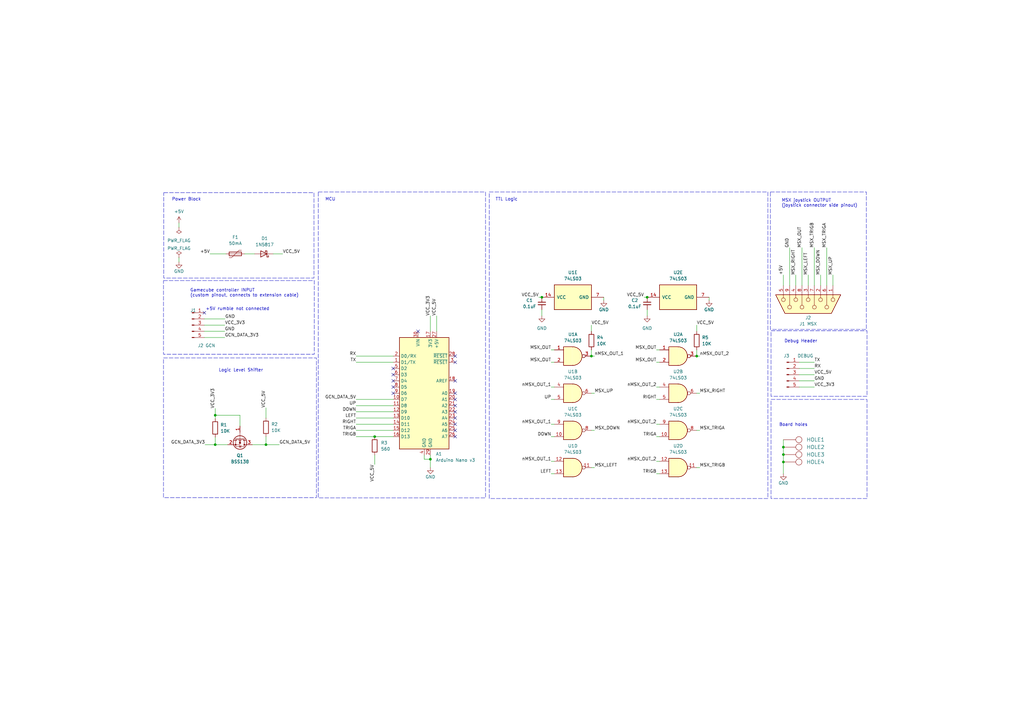
<source format=kicad_sch>
(kicad_sch (version 20230121) (generator eeschema)
  (paper "A3")
  (title_block (title "msx-joydolphin: A Gamecube controller adapter for MSX") (date "2024-02-26") (rev "v2 Build1b") (company "Albert Herranz"))
  (lib_symbols
    (symbol "74xx:74LS03" (pin_names (offset 1.016))
      (property "Reference" "U" (at 0 1.27 0))
      (property "Value" "74LS03" (at 0 -1.27 0))
      (symbol "74LS03_1_1"
        (arc (start 0 -3.81) (mid 3.7934 0) (end 0 3.81) (stroke (width 0.254)) (fill (type background)))
        (polyline (pts (xy 0 3.81) (xy -3.81 3.81) (xy -3.81 -3.81) (xy 0 -3.81)) (stroke (width 0.254)) (fill (type background)))
        (pin input line (at -7.62 2.54 0) (length 3.81) (name "~") (number "1"))
        (pin input line (at -7.62 -2.54 0) (length 3.81) (name "~") (number "2"))
        (pin open_collector inverted (at 7.62 0 180) (length 3.81) (name "~") (number "3"))
      )
      (symbol "74LS03_1_2"
        (arc (start -3.81 -3.81) (mid -2.589 0) (end -3.81 3.81) (stroke (width 0.254)))
        (arc (start -0.6096 -3.81) (mid 2.1842 -2.5851) (end 3.81 0) (stroke (width 0.254)) (fill (type background)))
        (polyline (pts (xy -3.81 -3.81) (xy -0.635 -3.81)) (stroke (width 0.254)) (fill (type background)))
        (polyline (pts (xy -3.81 3.81) (xy -0.635 3.81)) (stroke (width 0.254)) (fill (type background)))
        (polyline (pts (xy -0.635 3.81) (xy -3.81 3.81) (xy -3.81 3.81) (xy -3.556 3.4036) (xy -3.0226 2.2606) (xy -2.6924 1.0414) (xy -2.6162 -0.254) (xy -2.7686 -1.4986) (xy -3.175 -2.7178) (xy -3.81 -3.81) (xy -3.81 -3.81) (xy -0.635 -3.81)) (stroke (width -25.4)) (fill (type background)))
        (arc (start 3.81 0) (mid 2.1915 2.5936) (end -0.6096 3.81) (stroke (width 0.254)) (fill (type background)))
        (pin input inverted (at -7.62 2.54 0) (length 4.318) (name "~") (number "1"))
        (pin input inverted (at -7.62 -2.54 0) (length 4.318) (name "~") (number "2"))
        (pin open_collector line (at 7.62 0 180) (length 3.81) (name "~") (number "3"))
      )
      (symbol "74LS03_2_1"
        (arc (start 0 -3.81) (mid 3.7934 0) (end 0 3.81) (stroke (width 0.254)) (fill (type background)))
        (polyline (pts (xy 0 3.81) (xy -3.81 3.81) (xy -3.81 -3.81) (xy 0 -3.81)) (stroke (width 0.254)) (fill (type background)))
        (pin input line (at -7.62 2.54 0) (length 3.81) (name "~") (number "4"))
        (pin input line (at -7.62 -2.54 0) (length 3.81) (name "~") (number "5"))
        (pin open_collector inverted (at 7.62 0 180) (length 3.81) (name "~") (number "6"))
      )
      (symbol "74LS03_2_2"
        (arc (start -3.81 -3.81) (mid -2.589 0) (end -3.81 3.81) (stroke (width 0.254)))
        (arc (start -0.6096 -3.81) (mid 2.1842 -2.5851) (end 3.81 0) (stroke (width 0.254)) (fill (type background)))
        (polyline (pts (xy -3.81 -3.81) (xy -0.635 -3.81)) (stroke (width 0.254)) (fill (type background)))
        (polyline (pts (xy -3.81 3.81) (xy -0.635 3.81)) (stroke (width 0.254)) (fill (type background)))
        (polyline (pts (xy -0.635 3.81) (xy -3.81 3.81) (xy -3.81 3.81) (xy -3.556 3.4036) (xy -3.0226 2.2606) (xy -2.6924 1.0414) (xy -2.6162 -0.254) (xy -2.7686 -1.4986) (xy -3.175 -2.7178) (xy -3.81 -3.81) (xy -3.81 -3.81) (xy -0.635 -3.81)) (stroke (width -25.4)) (fill (type background)))
        (arc (start 3.81 0) (mid 2.1915 2.5936) (end -0.6096 3.81) (stroke (width 0.254)) (fill (type background)))
        (pin input inverted (at -7.62 2.54 0) (length 4.318) (name "~") (number "4"))
        (pin input inverted (at -7.62 -2.54 0) (length 4.318) (name "~") (number "5"))
        (pin open_collector line (at 7.62 0 180) (length 3.81) (name "~") (number "6"))
      )
      (symbol "74LS03_3_1"
        (arc (start 0 -3.81) (mid 3.7934 0) (end 0 3.81) (stroke (width 0.254)) (fill (type background)))
        (polyline (pts (xy 0 3.81) (xy -3.81 3.81) (xy -3.81 -3.81) (xy 0 -3.81)) (stroke (width 0.254)) (fill (type background)))
        (pin input line (at -7.62 -2.54 0) (length 3.81) (name "~") (number "10"))
        (pin open_collector inverted (at 7.62 0 180) (length 3.81) (name "~") (number "8"))
        (pin input line (at -7.62 2.54 0) (length 3.81) (name "~") (number "9"))
      )
      (symbol "74LS03_3_2"
        (arc (start -3.81 -3.81) (mid -2.589 0) (end -3.81 3.81) (stroke (width 0.254)))
        (arc (start -0.6096 -3.81) (mid 2.1842 -2.5851) (end 3.81 0) (stroke (width 0.254)) (fill (type background)))
        (polyline (pts (xy -3.81 -3.81) (xy -0.635 -3.81)) (stroke (width 0.254)) (fill (type background)))
        (polyline (pts (xy -3.81 3.81) (xy -0.635 3.81)) (stroke (width 0.254)) (fill (type background)))
        (polyline (pts (xy -0.635 3.81) (xy -3.81 3.81) (xy -3.81 3.81) (xy -3.556 3.4036) (xy -3.0226 2.2606) (xy -2.6924 1.0414) (xy -2.6162 -0.254) (xy -2.7686 -1.4986) (xy -3.175 -2.7178) (xy -3.81 -3.81) (xy -3.81 -3.81) (xy -0.635 -3.81)) (stroke (width -25.4)) (fill (type background)))
        (arc (start 3.81 0) (mid 2.1915 2.5936) (end -0.6096 3.81) (stroke (width 0.254)) (fill (type background)))
        (pin input inverted (at -7.62 -2.54 0) (length 4.318) (name "~") (number "10"))
        (pin open_collector line (at 7.62 0 180) (length 3.81) (name "~") (number "8"))
        (pin input inverted (at -7.62 2.54 0) (length 4.318) (name "~") (number "9"))
      )
      (symbol "74LS03_4_1"
        (arc (start 0 -3.81) (mid 3.7934 0) (end 0 3.81) (stroke (width 0.254)) (fill (type background)))
        (polyline (pts (xy 0 3.81) (xy -3.81 3.81) (xy -3.81 -3.81) (xy 0 -3.81)) (stroke (width 0.254)) (fill (type background)))
        (pin open_collector inverted (at 7.62 0 180) (length 3.81) (name "~") (number "11"))
        (pin input line (at -7.62 2.54 0) (length 3.81) (name "~") (number "12"))
        (pin input line (at -7.62 -2.54 0) (length 3.81) (name "~") (number "13"))
      )
      (symbol "74LS03_4_2"
        (arc (start -3.81 -3.81) (mid -2.589 0) (end -3.81 3.81) (stroke (width 0.254)))
        (arc (start -0.6096 -3.81) (mid 2.1842 -2.5851) (end 3.81 0) (stroke (width 0.254)) (fill (type background)))
        (polyline (pts (xy -3.81 -3.81) (xy -0.635 -3.81)) (stroke (width 0.254)) (fill (type background)))
        (polyline (pts (xy -3.81 3.81) (xy -0.635 3.81)) (stroke (width 0.254)) (fill (type background)))
        (polyline (pts (xy -0.635 3.81) (xy -3.81 3.81) (xy -3.81 3.81) (xy -3.556 3.4036) (xy -3.0226 2.2606) (xy -2.6924 1.0414) (xy -2.6162 -0.254) (xy -2.7686 -1.4986) (xy -3.175 -2.7178) (xy -3.81 -3.81) (xy -3.81 -3.81) (xy -0.635 -3.81)) (stroke (width -25.4)) (fill (type background)))
        (arc (start 3.81 0) (mid 2.1915 2.5936) (end -0.6096 3.81) (stroke (width 0.254)) (fill (type background)))
        (pin open_collector line (at 7.62 0 180) (length 3.81) (name "~") (number "11"))
        (pin input inverted (at -7.62 2.54 0) (length 4.318) (name "~") (number "12"))
        (pin input inverted (at -7.62 -2.54 0) (length 4.318) (name "~") (number "13"))
      )
      (symbol "74LS03_5_0"
        (pin power_in line (at 0 12.7 270) (length 5.08) (name "VCC") (number "14"))
        (pin power_in line (at 0 -12.7 90) (length 5.08) (name "GND") (number "7"))
      )
      (symbol "74LS03_5_1"
        (rectangle (start -5.08 7.62) (end 5.08 -7.62) (stroke (width 0.254)) (fill (type background)))
      )
    )
    (symbol "Connector:Conn_01x05_Pin" (pin_names (offset 1.016) hide)
      (property "Reference" "J" (at 0 7.62 0))
      (property "Value" "Conn_01x05_Pin" (at 0 -7.62 0))
      (symbol "Conn_01x05_Pin_1_1"
        (polyline (pts (xy 1.27 -5.08) (xy 0.8636 -5.08)) (stroke (width 0.1524)))
        (polyline (pts (xy 1.27 -2.54) (xy 0.8636 -2.54)) (stroke (width 0.1524)))
        (polyline (pts (xy 1.27 0) (xy 0.8636 0)) (stroke (width 0.1524)))
        (polyline (pts (xy 1.27 2.54) (xy 0.8636 2.54)) (stroke (width 0.1524)))
        (polyline (pts (xy 1.27 5.08) (xy 0.8636 5.08)) (stroke (width 0.1524)))
        (rectangle (start 0.8636 -4.953) (end 0 -5.207) (stroke (width 0.1524)) (fill (type outline)))
        (rectangle (start 0.8636 -2.413) (end 0 -2.667) (stroke (width 0.1524)) (fill (type outline)))
        (rectangle (start 0.8636 0.127) (end 0 -0.127) (stroke (width 0.1524)) (fill (type outline)))
        (rectangle (start 0.8636 2.667) (end 0 2.413) (stroke (width 0.1524)) (fill (type outline)))
        (rectangle (start 0.8636 5.207) (end 0 4.953) (stroke (width 0.1524)) (fill (type outline)))
        (pin passive line (at 5.08 5.08 180) (length 3.81) (name "Pin_1") (number "1"))
        (pin passive line (at 5.08 2.54 180) (length 3.81) (name "Pin_2") (number "2"))
        (pin passive line (at 5.08 0 180) (length 3.81) (name "Pin_3") (number "3"))
        (pin passive line (at 5.08 -2.54 180) (length 3.81) (name "Pin_4") (number "4"))
        (pin passive line (at 5.08 -5.08 180) (length 3.81) (name "Pin_5") (number "5"))
      )
    )
    (symbol "Connector:DE9_Receptacle" (pin_names (offset 1.016) hide)
      (property "Reference" "J" (at 0 13.97 0))
      (property "Value" "DE9_Receptacle" (at 0 -14.605 0))
      (symbol "DE9_Receptacle_0_1"
        (circle (center -1.778 -10.16) (radius 0.762))
        (circle (center -1.778 -5.08) (radius 0.762))
        (circle (center -1.778 0) (radius 0.762))
        (circle (center -1.778 5.08) (radius 0.762))
        (circle (center -1.778 10.16) (radius 0.762))
        (polyline (pts (xy -3.81 -10.16) (xy -2.54 -10.16)))
        (polyline (pts (xy -3.81 -7.62) (xy 0.508 -7.62)))
        (polyline (pts (xy -3.81 -5.08) (xy -2.54 -5.08)))
        (polyline (pts (xy -3.81 -2.54) (xy 0.508 -2.54)))
        (polyline (pts (xy -3.81 0) (xy -2.54 0)))
        (polyline (pts (xy -3.81 2.54) (xy 0.508 2.54)))
        (polyline (pts (xy -3.81 5.08) (xy -2.54 5.08)))
        (polyline (pts (xy -3.81 7.62) (xy 0.508 7.62)))
        (polyline (pts (xy -3.81 10.16) (xy -2.54 10.16)))
        (polyline (pts (xy -3.81 13.335) (xy -3.81 -13.335) (xy 3.81 -9.525) (xy 3.81 9.525) (xy -3.81 13.335)) (stroke (width 0.254)) (fill (type background)))
        (circle (center 1.27 -7.62) (radius 0.762))
        (circle (center 1.27 -2.54) (radius 0.762))
        (circle (center 1.27 2.54) (radius 0.762))
        (circle (center 1.27 7.62) (radius 0.762))
      )
      (symbol "DE9_Receptacle_1_1"
        (pin passive line (at -7.62 10.16 0) (length 3.81) (name "1") (number "1"))
        (pin passive line (at -7.62 5.08 0) (length 3.81) (name "2") (number "2"))
        (pin passive line (at -7.62 0 0) (length 3.81) (name "3") (number "3"))
        (pin passive line (at -7.62 -5.08 0) (length 3.81) (name "4") (number "4"))
        (pin passive line (at -7.62 -10.16 0) (length 3.81) (name "5") (number "5"))
        (pin passive line (at -7.62 7.62 0) (length 3.81) (name "6") (number "6"))
        (pin passive line (at -7.62 2.54 0) (length 3.81) (name "7") (number "7"))
        (pin passive line (at -7.62 -2.54 0) (length 3.81) (name "8") (number "8"))
        (pin passive line (at -7.62 -7.62 0) (length 3.81) (name "9") (number "9"))
      )
    )
    (symbol "Device:C_Small" (pin_numbers hide) (pin_names (offset 0.254) hide)
      (property "Reference" "C" (at 0.254 1.778 0))
      (property "Value" "C_Small" (at 0.254 -2.032 0))
      (symbol "C_Small_0_1"
        (polyline (pts (xy -1.524 -0.508) (xy 1.524 -0.508)) (stroke (width 0.3302)))
        (polyline (pts (xy -1.524 0.508) (xy 1.524 0.508)) (stroke (width 0.3048)))
      )
      (symbol "C_Small_1_1"
        (pin passive line (at 0 2.54 270) (length 2.032) (name "~") (number "1"))
        (pin passive line (at 0 -2.54 90) (length 2.032) (name "~") (number "2"))
      )
    )
    (symbol "Device:Polyfuse" (pin_numbers hide) (pin_names (offset 0))
      (property "Reference" "F" (at -2.54 0 90))
      (property "Value" "Polyfuse" (at 2.54 0 90))
      (symbol "Polyfuse_0_1"
        (rectangle (start -0.762 2.54) (end 0.762 -2.54) (stroke (width 0.254)))
        (polyline (pts (xy 0 2.54) (xy 0 -2.54)))
        (polyline (pts (xy -1.524 2.54) (xy -1.524 1.524) (xy 1.524 -1.524) (xy 1.524 -2.54)))
      )
      (symbol "Polyfuse_1_1"
        (pin passive line (at 0 3.81 270) (length 1.27) (name "~") (number "1"))
        (pin passive line (at 0 -3.81 90) (length 1.27) (name "~") (number "2"))
      )
    )
    (symbol "Device:R" (pin_numbers hide) (pin_names (offset 0))
      (property "Reference" "R" (at 2.032 0 90))
      (property "Value" "R" (at 0 0 90))
      (symbol "R_0_1"
        (rectangle (start -1.016 -2.54) (end 1.016 2.54) (stroke (width 0.254)))
      )
      (symbol "R_1_1"
        (pin passive line (at 0 3.81 270) (length 1.27) (name "~") (number "1"))
        (pin passive line (at 0 -3.81 90) (length 1.27) (name "~") (number "2"))
      )
    )
    (symbol "Diode:1N5817" (pin_numbers hide) (pin_names (offset 1.016) hide)
      (property "Reference" "D" (at 0 2.54 0))
      (property "Value" "1N5817" (at 0 -2.54 0))
      (symbol "1N5817_0_1"
        (polyline (pts (xy 1.27 0) (xy -1.27 0)))
        (polyline (pts (xy 1.27 1.27) (xy 1.27 -1.27) (xy -1.27 0) (xy 1.27 1.27)) (stroke (width 0.254)))
        (polyline (pts (xy -1.905 0.635) (xy -1.905 1.27) (xy -1.27 1.27) (xy -1.27 -1.27) (xy -0.635 -1.27) (xy -0.635 -0.635)) (stroke (width 0.254)))
      )
      (symbol "1N5817_1_1"
        (pin passive line (at -3.81 0 0) (length 2.54) (name "K") (number "1"))
        (pin passive line (at 3.81 0 180) (length 2.54) (name "A") (number "2"))
      )
    )
    (symbol "MCU_Module:Arduino_Nano_v3.x"
      (property "Reference" "A" (at -10.16 23.495 0))
      (property "Value" "Arduino_Nano_v3.x" (at 5.08 -24.13 0))
      (symbol "Arduino_Nano_v3.x_0_1"
        (rectangle (start -10.16 22.86) (end 10.16 -22.86) (stroke (width 0.254)) (fill (type background)))
      )
      (symbol "Arduino_Nano_v3.x_1_1"
        (pin bidirectional line (at -12.7 12.7 0) (length 2.54) (name "D1/TX") (number "1"))
        (pin bidirectional line (at -12.7 -2.54 0) (length 2.54) (name "D7") (number "10"))
        (pin bidirectional line (at -12.7 -5.08 0) (length 2.54) (name "D8") (number "11"))
        (pin bidirectional line (at -12.7 -7.62 0) (length 2.54) (name "D9") (number "12"))
        (pin bidirectional line (at -12.7 -10.16 0) (length 2.54) (name "D10") (number "13"))
        (pin bidirectional line (at -12.7 -12.7 0) (length 2.54) (name "D11") (number "14"))
        (pin bidirectional line (at -12.7 -15.24 0) (length 2.54) (name "D12") (number "15"))
        (pin bidirectional line (at -12.7 -17.78 0) (length 2.54) (name "D13") (number "16"))
        (pin power_out line (at 2.54 25.4 270) (length 2.54) (name "3V3") (number "17"))
        (pin input line (at 12.7 5.08 180) (length 2.54) (name "AREF") (number "18"))
        (pin bidirectional line (at 12.7 0 180) (length 2.54) (name "A0") (number "19"))
        (pin bidirectional line (at -12.7 15.24 0) (length 2.54) (name "D0/RX") (number "2"))
        (pin bidirectional line (at 12.7 -2.54 180) (length 2.54) (name "A1") (number "20"))
        (pin bidirectional line (at 12.7 -5.08 180) (length 2.54) (name "A2") (number "21"))
        (pin bidirectional line (at 12.7 -7.62 180) (length 2.54) (name "A3") (number "22"))
        (pin bidirectional line (at 12.7 -10.16 180) (length 2.54) (name "A4") (number "23"))
        (pin bidirectional line (at 12.7 -12.7 180) (length 2.54) (name "A5") (number "24"))
        (pin bidirectional line (at 12.7 -15.24 180) (length 2.54) (name "A6") (number "25"))
        (pin bidirectional line (at 12.7 -17.78 180) (length 2.54) (name "A7") (number "26"))
        (pin power_out line (at 5.08 25.4 270) (length 2.54) (name "+5V") (number "27"))
        (pin input line (at 12.7 15.24 180) (length 2.54) (name "~{RESET}") (number "28"))
        (pin power_in line (at 2.54 -25.4 90) (length 2.54) (name "GND") (number "29"))
        (pin input line (at 12.7 12.7 180) (length 2.54) (name "~{RESET}") (number "3"))
        (pin power_in line (at -2.54 25.4 270) (length 2.54) (name "VIN") (number "30"))
        (pin power_in line (at 0 -25.4 90) (length 2.54) (name "GND") (number "4"))
        (pin bidirectional line (at -12.7 10.16 0) (length 2.54) (name "D2") (number "5"))
        (pin bidirectional line (at -12.7 7.62 0) (length 2.54) (name "D3") (number "6"))
        (pin bidirectional line (at -12.7 5.08 0) (length 2.54) (name "D4") (number "7"))
        (pin bidirectional line (at -12.7 2.54 0) (length 2.54) (name "D5") (number "8"))
        (pin bidirectional line (at -12.7 0 0) (length 2.54) (name "D6") (number "9"))
      )
    )
    (symbol "Transistor_FET:BSS138" (pin_names hide)
      (property "Reference" "Q" (at 5.08 1.905 0))
      (property "Value" "BSS138" (at 5.08 0 0))
      (symbol "BSS138_0_1"
        (polyline (pts (xy 0.254 0) (xy -2.54 0)))
        (polyline (pts (xy 0.254 1.905) (xy 0.254 -1.905)) (stroke (width 0.254)))
        (polyline (pts (xy 0.762 -1.27) (xy 0.762 -2.286)) (stroke (width 0.254)))
        (polyline (pts (xy 0.762 0.508) (xy 0.762 -0.508)) (stroke (width 0.254)))
        (polyline (pts (xy 0.762 2.286) (xy 0.762 1.27)) (stroke (width 0.254)))
        (polyline (pts (xy 2.54 2.54) (xy 2.54 1.778)))
        (polyline (pts (xy 2.54 -2.54) (xy 2.54 0) (xy 0.762 0)))
        (polyline (pts (xy 0.762 -1.778) (xy 3.302 -1.778) (xy 3.302 1.778) (xy 0.762 1.778)))
        (polyline (pts (xy 1.016 0) (xy 2.032 0.381) (xy 2.032 -0.381) (xy 1.016 0)) (fill (type outline)))
        (polyline (pts (xy 2.794 0.508) (xy 2.921 0.381) (xy 3.683 0.381) (xy 3.81 0.254)))
        (polyline (pts (xy 3.302 0.381) (xy 2.921 -0.254) (xy 3.683 -0.254) (xy 3.302 0.381)))
        (circle (center 1.651 0) (radius 2.794) (stroke (width 0.254)))
        (circle (center 2.54 -1.778) (radius 0.254) (fill (type outline)))
        (circle (center 2.54 1.778) (radius 0.254) (fill (type outline)))
      )
      (symbol "BSS138_1_1"
        (pin input line (at -5.08 0 0) (length 2.54) (name "G") (number "1"))
        (pin passive line (at 2.54 -5.08 90) (length 2.54) (name "S") (number "2"))
        (pin passive line (at 2.54 5.08 270) (length 2.54) (name "D") (number "3"))
      )
    )
    (symbol "my_components:HOLE" (pin_numbers hide) (pin_names (offset 1.016) hide)
      (property "Reference" "HOLE" (at 2.54 0 0))
      (symbol "HOLE_0_1"
        (circle (center 0 0) (radius 1.27))
      )
      (symbol "HOLE_1_1"
        (pin input line (at -6.35 0 0) (length 5.08) (name "~") (number "1"))
      )
    )
    (symbol "power:+5V" (power) (pin_names (offset 0))
      (property "Value" "+5V" (at 0 3.556 0))
      (symbol "+5V_0_1"
        (polyline (pts (xy -0.762 1.27) (xy 0 2.54)))
        (polyline (pts (xy 0 0) (xy 0 2.54)))
        (polyline (pts (xy 0 2.54) (xy 0.762 1.27)))
      )
      (symbol "+5V_1_1"
        (pin power_in line (at 0 0 90) (length 0) hide (name "+5V") (number "1"))
      )
    )
    (symbol "power:GND" (power) (pin_names (offset 0))
      (property "Value" "GND" (at 0 -3.81 0))
      (symbol "GND_0_1"
        (polyline (pts (xy 0 0) (xy 0 -1.27) (xy 1.27 -1.27) (xy 0 -2.54) (xy -1.27 -1.27) (xy 0 -1.27)))
      )
      (symbol "GND_1_1"
        (pin power_in line (at 0 0 270) (length 0) hide (name "GND") (number "1"))
      )
    )
    (symbol "power:PWR_FLAG" (power) (pin_numbers hide) (pin_names (offset 0) hide)
      (property "Value" "PWR_FLAG" (at 0 3.81 0))
      (symbol "PWR_FLAG_0_0"
        (pin power_out line (at 0 0 90) (length 0) (name "pwr") (number "1"))
      )
      (symbol "PWR_FLAG_0_1"
        (polyline (pts (xy 0 0) (xy 0 1.27) (xy -1.016 1.905) (xy 0 2.54) (xy 1.016 1.905) (xy 0 1.27)))
      )
    )
  )
  (junction (at 265.43 121.92))
  (junction (at 321.31 186.436))
  (junction (at 109.093 182.372))
  (junction (at 321.31 183.388))
  (junction (at 176.53 188.341))
  (junction (at 153.67 179.07))
  (junction (at 321.31 189.484))
  (junction (at 88.265 170.307))
  (junction (at 88.265 182.372))
  (junction (at 285.75 146.05))
  (junction (at 222.25 121.92))
  (junction (at 242.57 146.05))
  (no_connect (at 186.69 146.05))
  (no_connect (at 186.69 163.83))
  (no_connect (at 161.29 156.21))
  (no_connect (at 186.69 161.29))
  (no_connect (at 161.29 161.29))
  (no_connect (at 186.69 156.21))
  (no_connect (at 186.69 171.45))
  (no_connect (at 186.69 148.59))
  (no_connect (at 186.69 176.53))
  (no_connect (at 186.69 166.37))
  (no_connect (at 186.69 179.07))
  (no_connect (at 186.69 173.99))
  (no_connect (at 171.45 135.89))
  (no_connect (at 83.82 128.27))
  (no_connect (at 161.29 153.67))
  (no_connect (at 186.69 168.91))
  (no_connect (at 161.29 151.13))
  (no_connect (at 161.29 158.75))
  (wire (pts (xy 243.84 191.77) (xy 242.57 191.77)))
  (wire (pts (xy 88.265 182.372) (xy 93.345 182.372)))
  (wire (pts (xy 290.83 123.19) (xy 290.83 121.92)))
  (wire (pts (xy 173.99 188.341) (xy 176.53 188.341)))
  (wire (pts (xy 269.24 194.31) (xy 270.51 194.31)))
  (wire (pts (xy 341.63 112.776) (xy 341.63 117.094)))
  (wire (pts (xy 243.84 176.53) (xy 242.57 176.53)))
  (wire (pts (xy 285.75 143.51) (xy 285.75 146.05)))
  (wire (pts (xy 269.24 143.51) (xy 270.51 143.51)))
  (wire (pts (xy 321.31 186.436) (xy 321.31 189.484)))
  (wire (pts (xy 146.05 173.99) (xy 161.29 173.99)))
  (wire (pts (xy 242.57 143.51) (xy 242.57 146.05)))
  (wire (pts (xy 83.82 133.35) (xy 92.202 133.35)))
  (wire (pts (xy 287.02 146.05) (xy 285.75 146.05)))
  (wire (pts (xy 326.39 112.776) (xy 326.39 117.094)))
  (wire (pts (xy 242.57 133.35) (xy 242.57 135.89)))
  (wire (pts (xy 269.24 148.59) (xy 270.51 148.59)))
  (wire (pts (xy 287.02 191.77) (xy 285.75 191.77)))
  (wire (pts (xy 328.93 101.6) (xy 328.93 117.094)))
  (wire (pts (xy 334.01 148.59) (xy 327.787 148.59)))
  (wire (pts (xy 269.24 179.07) (xy 270.51 179.07)))
  (wire (pts (xy 334.01 153.67) (xy 327.787 153.67)))
  (wire (pts (xy 327.787 156.21) (xy 334.01 156.21)))
  (wire (pts (xy 112.014 104.14) (xy 115.951 104.14)))
  (wire (pts (xy 334.01 151.13) (xy 327.787 151.13)))
  (wire (pts (xy 269.24 163.83) (xy 270.51 163.83)))
  (wire (pts (xy 153.67 179.07) (xy 161.29 179.07)))
  (wire (pts (xy 173.99 186.69) (xy 173.99 188.341)))
  (wire (pts (xy 336.55 112.776) (xy 336.55 117.094)))
  (wire (pts (xy 146.05 166.37) (xy 161.29 166.37)))
  (wire (pts (xy 265.43 127) (xy 265.43 129.54)))
  (wire (pts (xy 146.05 146.05) (xy 161.29 146.05)))
  (wire (pts (xy 176.53 188.341) (xy 176.53 191.77)))
  (wire (pts (xy 226.06 179.07) (xy 227.33 179.07)))
  (wire (pts (xy 243.84 161.29) (xy 242.57 161.29)))
  (wire (pts (xy 86.106 104.14) (xy 92.71 104.14)))
  (wire (pts (xy 109.093 182.372) (xy 103.505 182.372)))
  (wire (pts (xy 88.265 171.704) (xy 88.265 170.307)))
  (wire (pts (xy 321.31 189.484) (xy 321.31 194.31)))
  (wire (pts (xy 226.06 194.31) (xy 227.33 194.31)))
  (wire (pts (xy 146.05 148.59) (xy 161.29 148.59)))
  (wire (pts (xy 176.53 186.69) (xy 176.53 188.341)))
  (wire (pts (xy 321.31 183.388) (xy 321.31 186.436)))
  (wire (pts (xy 285.75 133.35) (xy 285.75 135.89)))
  (wire (pts (xy 83.82 135.89) (xy 92.202 135.89)))
  (wire (pts (xy 287.02 161.29) (xy 285.75 161.29)))
  (wire (pts (xy 269.24 189.23) (xy 270.51 189.23)))
  (wire (pts (xy 153.67 190.5) (xy 153.67 186.69)))
  (wire (pts (xy 269.24 173.99) (xy 270.51 173.99)))
  (wire (pts (xy 323.85 101.6) (xy 323.85 117.094)))
  (wire (pts (xy 220.98 121.92) (xy 222.25 121.92)))
  (wire (pts (xy 264.16 121.92) (xy 265.43 121.92)))
  (wire (pts (xy 226.06 189.23) (xy 227.33 189.23)))
  (wire (pts (xy 84.074 182.372) (xy 88.265 182.372)))
  (wire (pts (xy 73.406 91.44) (xy 73.406 93.218)))
  (wire (pts (xy 226.06 173.99) (xy 227.33 173.99)))
  (wire (pts (xy 179.07 129.54) (xy 179.07 135.89)))
  (wire (pts (xy 109.093 167.259) (xy 109.093 171.45)))
  (wire (pts (xy 334.01 101.6) (xy 334.01 117.094)))
  (wire (pts (xy 222.25 127) (xy 222.25 129.54)))
  (wire (pts (xy 339.09 101.6) (xy 339.09 117.094)))
  (wire (pts (xy 83.82 138.43) (xy 92.202 138.43)))
  (wire (pts (xy 269.24 158.75) (xy 270.51 158.75)))
  (wire (pts (xy 109.093 182.372) (xy 114.554 182.372)))
  (wire (pts (xy 334.01 158.75) (xy 327.787 158.75)))
  (wire (pts (xy 226.06 143.51) (xy 227.33 143.51)))
  (wire (pts (xy 104.394 104.14) (xy 100.33 104.14)))
  (wire (pts (xy 146.05 163.83) (xy 161.29 163.83)))
  (wire (pts (xy 88.265 167.513) (xy 88.265 170.307)))
  (wire (pts (xy 176.53 129.54) (xy 176.53 135.89)))
  (wire (pts (xy 247.65 123.19) (xy 247.65 121.92)))
  (wire (pts (xy 226.06 158.75) (xy 227.33 158.75)))
  (wire (pts (xy 88.265 179.324) (xy 88.265 182.372)))
  (wire (pts (xy 287.02 176.53) (xy 285.75 176.53)))
  (wire (pts (xy 146.05 179.07) (xy 153.67 179.07)))
  (wire (pts (xy 321.31 180.34) (xy 321.31 183.388)))
  (wire (pts (xy 226.06 148.59) (xy 227.33 148.59)))
  (wire (pts (xy 146.05 176.53) (xy 161.29 176.53)))
  (wire (pts (xy 243.84 146.05) (xy 242.57 146.05)))
  (wire (pts (xy 331.47 112.776) (xy 331.47 117.094)))
  (wire (pts (xy 321.31 112.776) (xy 321.31 117.094)))
  (wire (pts (xy 73.406 105.664) (xy 73.406 107.442)))
  (wire (pts (xy 146.05 171.45) (xy 161.29 171.45)))
  (wire (pts (xy 226.06 163.83) (xy 227.33 163.83)))
  (wire (pts (xy 98.425 170.307) (xy 88.265 170.307)))
  (wire (pts (xy 109.093 179.07) (xy 109.093 182.372)))
  (wire (pts (xy 146.05 168.91) (xy 161.29 168.91)))
  (wire (pts (xy 98.425 174.752) (xy 98.425 170.307)))
  (wire (pts (xy 83.82 130.81) (xy 92.329 130.81)))
  (rectangle (start 67.056 146.812) (end 129.794 204.089) (stroke (width 0) (type dash)))
  (rectangle (start 67.056 115.062) (end 128.905 145.288) (stroke (width 0) (type dash)))
  (rectangle (start 315.976 78.74) (end 355.346 135.128) (stroke (width 0) (type dash)))
  (rectangle (start 316.23 163.83) (end 355.6 204.47) (stroke (width 0) (type dash)))
  (rectangle (start 200.66 78.74) (end 314.96 204.47) (stroke (width 0) (type dash)))
  (rectangle (start 67.183 78.994) (end 128.778 114.046) (stroke (width 0) (type dash)))
  (rectangle (start 316.23 135.636) (end 355.6 162.56) (stroke (width 0) (type dash)))
  (rectangle (start 130.556 78.74) (end 199.136 204.216) (stroke (width 0) (type dash)))
  (text "Power Block" (at 70.485 82.55 0) (effects (font (size 1.27 1.27)) (justify left bottom)))
  (text "Debug Header" (at 321.691 140.716 0) (effects (font (size 1.27 1.27)) (justify left bottom)))
  (text "TTL Logic" (at 203.2 82.55 0) (effects (font (size 1.27 1.27)) (justify left bottom)))
  (text "+5V rumble not connected" (at 84.328 127.508 0) (effects (font (size 1.27 1.27)) (justify left bottom)))
  (text "MCU" (at 133.35 82.55 0) (effects (font (size 1.27 1.27)) (justify left bottom)))
  (text "Board holes" (at 319.532 175.006 0) (effects (font (size 1.27 1.27)) (justify left bottom)))
  (text "Logic Level Shifter" (at 89.662 152.654 0) (effects (font (size 1.27 1.27)) (justify left bottom)))
  (text "MSX joystick OUTPUT\n(joystick connector side pinout)" (at 320.548 85.09 0) (effects (font (size 1.27 1.27)) (justify left bottom)))
  (text "Gamecube controller INPUT\n(custom pinout, connects to extension cable)" (at 77.978 121.92 0) (effects (font (size 1.27 1.27)) (justify left bottom)))
  (label "LEFT" (at 226.06 194.31 180))
  (label "UP" (at 146.05 166.37 180))
  (label "nMSX_OUT_2" (at 269.24 158.75 180))
  (label "MSX_LEFT" (at 243.84 191.77 0))
  (label "TX" (at 146.05 148.59 180))
  (label "MSX_TRIGA" (at 287.02 176.53 0))
  (label "MSX_OUT" (at 269.24 148.59 180))
  (label "VCC_5V" (at 153.67 190.5 270))
  (label "VCC_5V" (at 285.75 133.35 0))
  (label "VCC_5V" (at 334.01 153.67 0))
  (label "MSX_UP" (at 341.63 112.776 90))
  (label "GND" (at 92.202 135.89 0))
  (label "RX" (at 146.05 146.05 180))
  (label "MSX_OUT" (at 226.06 148.59 180))
  (label "TRIGA" (at 146.05 176.53 180))
  (label "GCN_DATA_5V" (at 146.05 163.83 180))
  (label "MSX_LEFT" (at 331.47 112.776 90))
  (label "MSX_UP" (at 243.84 161.29 0))
  (label "TRIGB" (at 269.24 194.31 180))
  (label "MSX_OUT" (at 226.06 143.51 180))
  (label "MSX_RIGHT" (at 287.02 161.29 0))
  (label "nMSX_OUT_2" (at 269.24 173.99 180))
  (label "+5V" (at 321.31 112.776 90))
  (label "VCC_3V3" (at 334.01 158.75 0))
  (label "MSX_TRIGA" (at 339.09 101.6 90))
  (label "VCC_5V" (at 220.98 121.92 180))
  (label "LEFT" (at 146.05 171.45 180))
  (label "GCN_DATA_3V3" (at 84.074 182.372 180))
  (label "RX" (at 334.01 151.13 0))
  (label "MSX_DOWN" (at 243.84 176.53 0))
  (label "nMSX_OUT_1" (at 243.84 146.05 0))
  (label "VCC_5V" (at 115.951 104.14 0))
  (label "VCC_5V" (at 242.57 133.35 0))
  (label "MSX_TRIGB" (at 334.01 101.6 90))
  (label "VCC_3V3" (at 92.202 133.35 0))
  (label "TX" (at 334.01 148.59 0))
  (label "GCN_DATA_5V" (at 114.554 182.372 0))
  (label "nMSX_OUT_1" (at 226.06 158.75 180))
  (label "GND" (at 334.01 156.21 0))
  (label "MSX_RIGHT" (at 326.39 112.776 90))
  (label "TRIGA" (at 269.24 179.07 180))
  (label "nMSX_OUT_1" (at 226.06 189.23 180))
  (label "MSX_OUT" (at 328.93 101.6 90))
  (label "TRIGB" (at 146.05 179.07 180))
  (label "VCC_5V" (at 109.093 167.259 90))
  (label "MSX_TRIGB" (at 287.02 191.77 0))
  (label "GCN_DATA_3V3" (at 92.202 138.43 0))
  (label "+5V" (at 86.106 104.14 180))
  (label "nMSX_OUT_2" (at 287.02 146.05 0))
  (label "VCC_3V3" (at 176.53 129.54 90))
  (label "UP" (at 226.06 163.83 180))
  (label "VCC_5V" (at 179.07 129.54 90))
  (label "VCC_3V3" (at 88.265 167.513 90))
  (label "nMSX_OUT_1" (at 226.06 173.99 180))
  (label "DOWN" (at 146.05 168.91 180))
  (label "RIGHT" (at 269.24 163.83 180))
  (label "GND" (at 323.85 101.6 90))
  (label "GND" (at 92.329 130.81 0))
  (label "VCC_5V" (at 264.16 121.92 180))
  (label "MSX_DOWN" (at 336.55 112.776 90))
  (label "MSX_OUT" (at 269.24 143.51 180))
  (label "RIGHT" (at 146.05 173.99 180))
  (label "DOWN" (at 226.06 179.07 180))
  (label "nMSX_OUT_2" (at 269.24 189.23 180))
  (symbol (lib_id "my_components:HOLE") (at 327.66 189.484 0) (unit 1)
    (property "Reference" "HOLE4" (at 330.708 189.484 0) (effects (font (size 1.524 1.524)) (justify left)))
    (property "Value" "HOLE" (effects hide))
    (property "Footprint" "My_Components:Hole_3mm" (effects hide))
  )
  (symbol (lib_id "Device:R") (at 242.57 139.7 0) (unit 1)
    (property "Reference" "R4" (at 244.729 138.43 0) (effects (justify left)))
    (property "Value" "10K" (at 244.729 140.97 0) (effects (justify left)))
    (property "Footprint" "Resistor_SMD:R_1206_3216Metric_Pad1.30x1.75mm_HandSolder" (effects hide))
  )
  (symbol (lib_id "Connector:DE9_Receptacle") (at 331.47 124.714 270) (unit 1)
    (property "Reference" "J2" (at 331.47 130.302 90))
    (property "Value" "J1 MSX" (at 331.47 132.842 90))
    (property "Footprint" "Connector_JST:JST_PH_B9B-PH-K_1x09_P2.00mm_Vertical" (effects hide))
    (property "Datasheet" " ~" (effects hide))
  )
  (symbol (lib_id "MCU_Module:Arduino_Nano_v3.x") (at 173.99 161.29 0) (unit 1)
    (property "Reference" "A1" (at 178.7241 186.182 0) (effects (justify left)))
    (property "Value" "Arduino Nano v3" (at 178.7241 188.722 0) (effects (justify left)))
    (property "Footprint" "Module:Arduino_Nano" (effects hide))
    (property "Datasheet" "http://www.mouser.com/pdfdocs/Gravitech_Arduino_Nano3_0.pdf" (effects hide))
  )
  (symbol (lib_id "Device:R") (at 285.75 139.7 0) (unit 1)
    (property "Reference" "R5" (at 287.909 138.43 0) (effects (justify left)))
    (property "Value" "10K" (at 287.909 140.97 0) (effects (justify left)))
    (property "Footprint" "Resistor_SMD:R_1206_3216Metric_Pad1.30x1.75mm_HandSolder" (effects hide))
  )
  (symbol (lib_id "74xx:74LS03") (at 234.95 146.05 0) (unit 1)
    (property "Reference" "U1" (at 234.9417 137.16 0))
    (property "Value" "74LS03" (at 234.9417 139.7 0))
    (property "Footprint" "Package_SO:SOIC-14_3.9x8.7mm_P1.27mm" (effects hide))
    (property "Datasheet" "http://www.ti.com/lit/gpn/sn74LS03" (effects hide))
  )
  (symbol (lib_id "my_components:HOLE") (at 327.66 186.436 0) (unit 1)
    (property "Reference" "HOLE3" (at 330.708 186.436 0) (effects (font (size 1.524 1.524)) (justify left)))
    (property "Value" "HOLE" (effects hide))
    (property "Footprint" "My_Components:Hole_3mm" (effects hide))
  )
  (symbol (lib_id "power:GND") (at 290.83 123.19 0) (unit 1)
    (property "Reference" "#PWR06" (effects hide))
    (property "Value" "GND" (at 290.83 127 0))
  )
  (symbol (lib_id "74xx:74LS03") (at 234.95 161.29 0) (unit 2)
    (property "Reference" "U1" (at 234.9417 152.4 0))
    (property "Value" "74LS03" (at 234.9417 154.94 0))
    (property "Footprint" "Package_SO:SOIC-14_3.9x8.7mm_P1.27mm" (effects hide))
    (property "Datasheet" "http://www.ti.com/lit/gpn/sn74LS03" (effects hide))
  )
  (symbol (lib_id "power:GND") (at 222.25 129.54 0) (unit 1)
    (property "Reference" "#PWR07" (effects hide))
    (property "Value" "GND" (at 222.25 134.62 0))
  )
  (symbol (lib_id "Device:C_Small") (at 265.43 124.46 0) (unit 1)
    (property "Reference" "C2" (at 260.35 123.19 0))
    (property "Value" "0.1uF" (at 260.35 125.73 0))
    (property "Footprint" "Capacitor_SMD:C_1206_3216Metric_Pad1.33x1.80mm_HandSolder" (effects hide))
  )
  (symbol (lib_id "power:GND") (at 321.31 194.31 0) (unit 1)
    (property "Reference" "#PWR03" (effects hide))
    (property "Value" "GND" (at 321.31 198.12 0))
  )
  (symbol (lib_id "my_components:HOLE") (at 327.66 183.388 0) (unit 1)
    (property "Reference" "HOLE2" (at 330.708 183.388 0) (effects (font (size 1.524 1.524)) (justify left)))
    (property "Value" "HOLE" (effects hide))
    (property "Footprint" "My_Components:Hole_3mm" (effects hide))
  )
  (symbol (lib_id "74xx:74LS03") (at 278.13 161.29 0) (unit 2)
    (property "Reference" "U2" (at 278.1217 152.4 0))
    (property "Value" "74LS03" (at 278.1217 154.94 0))
    (property "Footprint" "Package_SO:SOIC-14_3.9x8.7mm_P1.27mm" (effects hide))
    (property "Datasheet" "http://www.ti.com/lit/gpn/sn74LS03" (effects hide))
  )
  (symbol (lib_id "power:PWR_FLAG") (at 73.406 93.218 180) (unit 1)
    (property "Reference" "#FLG01" (effects hide))
    (property "Value" "PWR_FLAG" (at 73.406 98.679 0))
  )
  (symbol (lib_id "power:GND") (at 247.65 123.19 0) (unit 1)
    (property "Reference" "#PWR05" (effects hide))
    (property "Value" "GND" (at 247.65 127 0))
  )
  (symbol (lib_id "Connector:Conn_01x05_Pin") (at 322.707 153.67 0) (unit 1)
    (property "Reference" "J3" (at 322.58 145.923 0))
    (property "Value" "DEBUG" (at 330.327 145.923 0))
    (property "Footprint" "My_Components:Conn_Pin_Header_5x1_2.54mm" (effects hide))
  )
  (symbol (lib_id "power:GND") (at 73.406 107.442 0) (unit 1)
    (property "Reference" "#PWR02" (effects hide))
    (property "Value" "GND" (at 73.406 111.252 0))
  )
  (symbol (lib_id "power:GND") (at 265.43 129.54 0) (unit 1)
    (property "Reference" "#PWR08" (effects hide))
    (property "Value" "GND" (at 265.43 134.62 0))
  )
  (symbol (lib_id "power:PWR_FLAG") (at 73.406 105.664 0) (unit 1)
    (property "Reference" "#FLG02" (effects hide))
    (property "Value" "PWR_FLAG" (at 73.406 101.854 0))
  )
  (symbol (lib_id "74xx:74LS03") (at 234.95 176.53 0) (unit 3)
    (property "Reference" "U1" (at 234.9417 167.64 0))
    (property "Value" "74LS03" (at 234.9417 170.18 0))
    (property "Footprint" "Package_SO:SOIC-14_3.9x8.7mm_P1.27mm" (effects hide))
    (property "Datasheet" "http://www.ti.com/lit/gpn/sn74LS03" (effects hide))
  )
  (symbol (lib_id "74xx:74LS03") (at 234.95 121.92 90) (unit 5)
    (property "Reference" "U1" (at 234.95 111.76 90))
    (property "Value" "74LS03" (at 234.95 114.3 90))
    (property "Footprint" "Package_SO:SOIC-14_3.9x8.7mm_P1.27mm" (effects hide))
    (property "Datasheet" "http://www.ti.com/lit/gpn/sn74LS03" (effects hide))
  )
  (symbol (lib_id "Diode:1N5817") (at 108.204 104.14 180) (unit 1)
    (property "Reference" "D1" (at 108.5215 97.79 0))
    (property "Value" "1N5817" (at 108.5215 100.33 0))
    (property "Footprint" "Diode_THT:D_DO-41_SOD81_P10.16mm_Horizontal" (effects hide))
    (property "Datasheet" "http://www.vishay.com/docs/88525/1n5817.pdf" (effects hide))
  )
  (symbol (lib_id "Device:R") (at 109.093 175.26 0) (unit 1)
    (property "Reference" "R2" (at 111.252 173.99 0) (effects (justify left)))
    (property "Value" "10K" (at 111.252 176.53 0) (effects (justify left)))
    (property "Footprint" "Resistor_SMD:R_1206_3216Metric_Pad1.30x1.75mm_HandSolder" (effects hide))
  )
  (symbol (lib_id "Device:R") (at 153.67 182.88 0) (unit 1)
    (property "Reference" "R3" (at 156.21 181.61 0) (effects (justify left)))
    (property "Value" "560" (at 156.21 184.15 0) (effects (justify left)))
    (property "Footprint" "Resistor_SMD:R_1206_3216Metric_Pad1.30x1.75mm_HandSolder" (effects hide))
  )
  (symbol (lib_id "Device:C_Small") (at 222.25 124.46 0) (unit 1)
    (property "Reference" "C1" (at 217.17 123.19 0))
    (property "Value" "0.1uF" (at 217.17 125.73 0))
    (property "Footprint" "Capacitor_SMD:C_1206_3216Metric_Pad1.33x1.80mm_HandSolder" (effects hide))
  )
  (symbol (lib_id "power:GND") (at 176.53 191.77 0) (unit 1)
    (property "Reference" "#PWR04" (effects hide))
    (property "Value" "GND" (at 176.53 195.58 0))
  )
  (symbol (lib_id "Device:R") (at 88.265 175.514 0) (unit 1)
    (property "Reference" "R1" (at 90.424 174.244 0) (effects (justify left)))
    (property "Value" "10K" (at 90.424 176.784 0) (effects (justify left)))
    (property "Footprint" "Resistor_SMD:R_1206_3216Metric_Pad1.30x1.75mm_HandSolder" (effects hide))
  )
  (symbol (lib_id "74xx:74LS03") (at 278.13 191.77 0) (unit 4)
    (property "Reference" "U2" (at 278.1217 182.88 0))
    (property "Value" "74LS03" (at 278.1217 185.42 0))
    (property "Footprint" "Package_SO:SOIC-14_3.9x8.7mm_P1.27mm" (effects hide))
    (property "Datasheet" "http://www.ti.com/lit/gpn/sn74LS03" (effects hide))
  )
  (symbol (lib_id "Transistor_FET:BSS138") (at 98.425 179.832 270) (unit 1)
    (property "Reference" "Q1" (at 98.425 186.817 90))
    (property "Value" "BSS138" (at 98.425 189.357 90))
    (property "Footprint" "Package_TO_SOT_SMD:SOT-23" (effects hide))
    (property "Datasheet" "https://www.onsemi.com/pub/Collateral/BSS138-D.PDF" (effects hide))
  )
  (symbol (lib_id "74xx:74LS03") (at 234.95 191.77 0) (unit 4)
    (property "Reference" "U1" (at 234.9417 182.88 0))
    (property "Value" "74LS03" (at 234.9417 185.42 0))
    (property "Footprint" "Package_SO:SOIC-14_3.9x8.7mm_P1.27mm" (effects hide))
    (property "Datasheet" "http://www.ti.com/lit/gpn/sn74LS03" (effects hide))
  )
  (symbol (lib_id "74xx:74LS03") (at 278.13 121.92 90) (unit 5)
    (property "Reference" "U2" (at 278.13 111.76 90))
    (property "Value" "74LS03" (at 278.13 114.3 90))
    (property "Footprint" "Package_SO:SOIC-14_3.9x8.7mm_P1.27mm" (effects hide))
    (property "Datasheet" "http://www.ti.com/lit/gpn/sn74LS03" (effects hide))
  )
  (symbol (lib_id "Device:Polyfuse") (at 96.52 104.14 90) (unit 1)
    (property "Reference" "F1" (at 96.52 97.282 90))
    (property "Value" "50mA" (at 96.52 99.822 90))
    (property "Footprint" "Capacitor_THT:C_Disc_D7.5mm_W2.5mm_P5.00mm" (effects hide))
  )
  (symbol (lib_id "power:+5V") (at 73.406 91.44 0) (unit 1)
    (property "Reference" "#PWR01" (effects hide))
    (property "Value" "+5V" (at 73.406 86.741 0))
  )
  (symbol (lib_id "my_components:HOLE") (at 327.66 180.34 0) (unit 1)
    (property "Reference" "HOLE1" (at 330.708 180.34 0) (effects (font (size 1.524 1.524)) (justify left)))
    (property "Value" "HOLE" (effects hide))
    (property "Footprint" "My_Components:Hole_3mm" (effects hide))
  )
  (symbol (lib_id "Connector:Conn_01x05_Pin") (at 78.74 133.35 0) (unit 1)
    (property "Reference" "J1" (at 79.248 127.254 0))
    (property "Value" "J2 GCN" (at 84.709 141.732 0))
    (property "Footprint" "Connector_JST:JST_PH_B5B-PH-K_1x05_P2.00mm_Vertical" (effects hide))
  )
  (symbol (lib_id "74xx:74LS03") (at 278.13 146.05 0) (unit 1)
    (property "Reference" "U2" (at 278.1217 137.16 0))
    (property "Value" "74LS03" (at 278.1217 139.7 0))
    (property "Footprint" "Package_SO:SOIC-14_3.9x8.7mm_P1.27mm" (effects hide))
    (property "Datasheet" "http://www.ti.com/lit/gpn/sn74LS03" (effects hide))
  )
  (symbol (lib_id "74xx:74LS03") (at 278.13 176.53 0) (unit 3)
    (property "Reference" "U2" (at 278.1217 167.64 0))
    (property "Value" "74LS03" (at 278.1217 170.18 0))
    (property "Footprint" "Package_SO:SOIC-14_3.9x8.7mm_P1.27mm" (effects hide))
    (property "Datasheet" "http://www.ti.com/lit/gpn/sn74LS03" (effects hide))
  )
)
</source>
